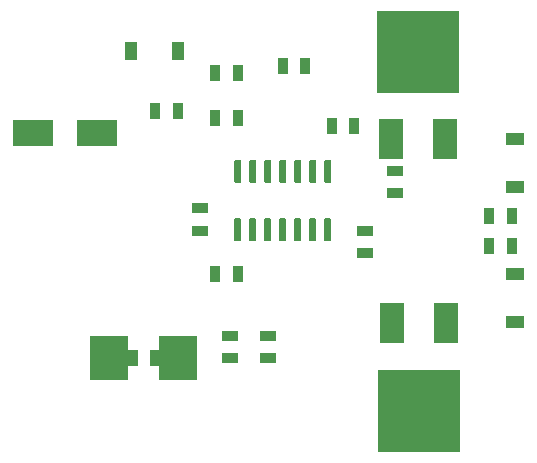
<source format=gbr>
G04 #@! TF.GenerationSoftware,KiCad,Pcbnew,5.99.0-unknown-d20d310~100~ubuntu19.10.1*
G04 #@! TF.CreationDate,2019-12-12T13:35:59+01:00*
G04 #@! TF.ProjectId,DEWHEAT,44455748-4541-4542-9e6b-696361645f70,rev?*
G04 #@! TF.SameCoordinates,Original*
G04 #@! TF.FileFunction,Paste,Top*
G04 #@! TF.FilePolarity,Positive*
%FSLAX46Y46*%
G04 Gerber Fmt 4.6, Leading zero omitted, Abs format (unit mm)*
G04 Created by KiCad (PCBNEW 5.99.0-unknown-d20d310~100~ubuntu19.10.1) date 2019-12-12 13:35:59*
%MOMM*%
%LPD*%
G04 APERTURE LIST*
%ADD10R,3.500000X2.300000*%
%ADD11R,0.889000X1.397000*%
%ADD12R,1.397000X0.889000*%
%ADD13R,2.000000X3.500000*%
%ADD14R,7.000000X7.000000*%
%ADD15R,3.330000X3.810000*%
%ADD16R,1.500000X1.050000*%
%ADD17R,1.050000X1.500000*%
G04 APERTURE END LIST*
D10*
X70325000Y-60325000D03*
X75725000Y-60325000D03*
D11*
X85725000Y-72263000D03*
X87630000Y-72263000D03*
G36*
X87837403Y-62601418D02*
G01*
X87886066Y-62633934D01*
X87918582Y-62682597D01*
X87930000Y-62740000D01*
X87930000Y-64390000D01*
X87918582Y-64447403D01*
X87886066Y-64496066D01*
X87837403Y-64528582D01*
X87780000Y-64540000D01*
X87480000Y-64540000D01*
X87422597Y-64528582D01*
X87373934Y-64496066D01*
X87341418Y-64447403D01*
X87330000Y-64390000D01*
X87330000Y-62740000D01*
X87341418Y-62682597D01*
X87373934Y-62633934D01*
X87422597Y-62601418D01*
X87480000Y-62590000D01*
X87780000Y-62590000D01*
X87837403Y-62601418D01*
G37*
G36*
X89107403Y-62601418D02*
G01*
X89156066Y-62633934D01*
X89188582Y-62682597D01*
X89200000Y-62740000D01*
X89200000Y-64390000D01*
X89188582Y-64447403D01*
X89156066Y-64496066D01*
X89107403Y-64528582D01*
X89050000Y-64540000D01*
X88750000Y-64540000D01*
X88692597Y-64528582D01*
X88643934Y-64496066D01*
X88611418Y-64447403D01*
X88600000Y-64390000D01*
X88600000Y-62740000D01*
X88611418Y-62682597D01*
X88643934Y-62633934D01*
X88692597Y-62601418D01*
X88750000Y-62590000D01*
X89050000Y-62590000D01*
X89107403Y-62601418D01*
G37*
G36*
X90377403Y-62601418D02*
G01*
X90426066Y-62633934D01*
X90458582Y-62682597D01*
X90470000Y-62740000D01*
X90470000Y-64390000D01*
X90458582Y-64447403D01*
X90426066Y-64496066D01*
X90377403Y-64528582D01*
X90320000Y-64540000D01*
X90020000Y-64540000D01*
X89962597Y-64528582D01*
X89913934Y-64496066D01*
X89881418Y-64447403D01*
X89870000Y-64390000D01*
X89870000Y-62740000D01*
X89881418Y-62682597D01*
X89913934Y-62633934D01*
X89962597Y-62601418D01*
X90020000Y-62590000D01*
X90320000Y-62590000D01*
X90377403Y-62601418D01*
G37*
G36*
X91647403Y-62601418D02*
G01*
X91696066Y-62633934D01*
X91728582Y-62682597D01*
X91740000Y-62740000D01*
X91740000Y-64390000D01*
X91728582Y-64447403D01*
X91696066Y-64496066D01*
X91647403Y-64528582D01*
X91590000Y-64540000D01*
X91290000Y-64540000D01*
X91232597Y-64528582D01*
X91183934Y-64496066D01*
X91151418Y-64447403D01*
X91140000Y-64390000D01*
X91140000Y-62740000D01*
X91151418Y-62682597D01*
X91183934Y-62633934D01*
X91232597Y-62601418D01*
X91290000Y-62590000D01*
X91590000Y-62590000D01*
X91647403Y-62601418D01*
G37*
G36*
X92917403Y-62601418D02*
G01*
X92966066Y-62633934D01*
X92998582Y-62682597D01*
X93010000Y-62740000D01*
X93010000Y-64390000D01*
X92998582Y-64447403D01*
X92966066Y-64496066D01*
X92917403Y-64528582D01*
X92860000Y-64540000D01*
X92560000Y-64540000D01*
X92502597Y-64528582D01*
X92453934Y-64496066D01*
X92421418Y-64447403D01*
X92410000Y-64390000D01*
X92410000Y-62740000D01*
X92421418Y-62682597D01*
X92453934Y-62633934D01*
X92502597Y-62601418D01*
X92560000Y-62590000D01*
X92860000Y-62590000D01*
X92917403Y-62601418D01*
G37*
G36*
X94187403Y-62601418D02*
G01*
X94236066Y-62633934D01*
X94268582Y-62682597D01*
X94280000Y-62740000D01*
X94280000Y-64390000D01*
X94268582Y-64447403D01*
X94236066Y-64496066D01*
X94187403Y-64528582D01*
X94130000Y-64540000D01*
X93830000Y-64540000D01*
X93772597Y-64528582D01*
X93723934Y-64496066D01*
X93691418Y-64447403D01*
X93680000Y-64390000D01*
X93680000Y-62740000D01*
X93691418Y-62682597D01*
X93723934Y-62633934D01*
X93772597Y-62601418D01*
X93830000Y-62590000D01*
X94130000Y-62590000D01*
X94187403Y-62601418D01*
G37*
G36*
X95457403Y-62601418D02*
G01*
X95506066Y-62633934D01*
X95538582Y-62682597D01*
X95550000Y-62740000D01*
X95550000Y-64390000D01*
X95538582Y-64447403D01*
X95506066Y-64496066D01*
X95457403Y-64528582D01*
X95400000Y-64540000D01*
X95100000Y-64540000D01*
X95042597Y-64528582D01*
X94993934Y-64496066D01*
X94961418Y-64447403D01*
X94950000Y-64390000D01*
X94950000Y-62740000D01*
X94961418Y-62682597D01*
X94993934Y-62633934D01*
X95042597Y-62601418D01*
X95100000Y-62590000D01*
X95400000Y-62590000D01*
X95457403Y-62601418D01*
G37*
G36*
X95457403Y-67551418D02*
G01*
X95506066Y-67583934D01*
X95538582Y-67632597D01*
X95550000Y-67690000D01*
X95550000Y-69340000D01*
X95538582Y-69397403D01*
X95506066Y-69446066D01*
X95457403Y-69478582D01*
X95400000Y-69490000D01*
X95100000Y-69490000D01*
X95042597Y-69478582D01*
X94993934Y-69446066D01*
X94961418Y-69397403D01*
X94950000Y-69340000D01*
X94950000Y-67690000D01*
X94961418Y-67632597D01*
X94993934Y-67583934D01*
X95042597Y-67551418D01*
X95100000Y-67540000D01*
X95400000Y-67540000D01*
X95457403Y-67551418D01*
G37*
G36*
X94187403Y-67551418D02*
G01*
X94236066Y-67583934D01*
X94268582Y-67632597D01*
X94280000Y-67690000D01*
X94280000Y-69340000D01*
X94268582Y-69397403D01*
X94236066Y-69446066D01*
X94187403Y-69478582D01*
X94130000Y-69490000D01*
X93830000Y-69490000D01*
X93772597Y-69478582D01*
X93723934Y-69446066D01*
X93691418Y-69397403D01*
X93680000Y-69340000D01*
X93680000Y-67690000D01*
X93691418Y-67632597D01*
X93723934Y-67583934D01*
X93772597Y-67551418D01*
X93830000Y-67540000D01*
X94130000Y-67540000D01*
X94187403Y-67551418D01*
G37*
G36*
X92917403Y-67551418D02*
G01*
X92966066Y-67583934D01*
X92998582Y-67632597D01*
X93010000Y-67690000D01*
X93010000Y-69340000D01*
X92998582Y-69397403D01*
X92966066Y-69446066D01*
X92917403Y-69478582D01*
X92860000Y-69490000D01*
X92560000Y-69490000D01*
X92502597Y-69478582D01*
X92453934Y-69446066D01*
X92421418Y-69397403D01*
X92410000Y-69340000D01*
X92410000Y-67690000D01*
X92421418Y-67632597D01*
X92453934Y-67583934D01*
X92502597Y-67551418D01*
X92560000Y-67540000D01*
X92860000Y-67540000D01*
X92917403Y-67551418D01*
G37*
G36*
X91647403Y-67551418D02*
G01*
X91696066Y-67583934D01*
X91728582Y-67632597D01*
X91740000Y-67690000D01*
X91740000Y-69340000D01*
X91728582Y-69397403D01*
X91696066Y-69446066D01*
X91647403Y-69478582D01*
X91590000Y-69490000D01*
X91290000Y-69490000D01*
X91232597Y-69478582D01*
X91183934Y-69446066D01*
X91151418Y-69397403D01*
X91140000Y-69340000D01*
X91140000Y-67690000D01*
X91151418Y-67632597D01*
X91183934Y-67583934D01*
X91232597Y-67551418D01*
X91290000Y-67540000D01*
X91590000Y-67540000D01*
X91647403Y-67551418D01*
G37*
G36*
X90377403Y-67551418D02*
G01*
X90426066Y-67583934D01*
X90458582Y-67632597D01*
X90470000Y-67690000D01*
X90470000Y-69340000D01*
X90458582Y-69397403D01*
X90426066Y-69446066D01*
X90377403Y-69478582D01*
X90320000Y-69490000D01*
X90020000Y-69490000D01*
X89962597Y-69478582D01*
X89913934Y-69446066D01*
X89881418Y-69397403D01*
X89870000Y-69340000D01*
X89870000Y-67690000D01*
X89881418Y-67632597D01*
X89913934Y-67583934D01*
X89962597Y-67551418D01*
X90020000Y-67540000D01*
X90320000Y-67540000D01*
X90377403Y-67551418D01*
G37*
G36*
X89107403Y-67551418D02*
G01*
X89156066Y-67583934D01*
X89188582Y-67632597D01*
X89200000Y-67690000D01*
X89200000Y-69340000D01*
X89188582Y-69397403D01*
X89156066Y-69446066D01*
X89107403Y-69478582D01*
X89050000Y-69490000D01*
X88750000Y-69490000D01*
X88692597Y-69478582D01*
X88643934Y-69446066D01*
X88611418Y-69397403D01*
X88600000Y-69340000D01*
X88600000Y-67690000D01*
X88611418Y-67632597D01*
X88643934Y-67583934D01*
X88692597Y-67551418D01*
X88750000Y-67540000D01*
X89050000Y-67540000D01*
X89107403Y-67551418D01*
G37*
G36*
X87837403Y-67551418D02*
G01*
X87886066Y-67583934D01*
X87918582Y-67632597D01*
X87930000Y-67690000D01*
X87930000Y-69340000D01*
X87918582Y-69397403D01*
X87886066Y-69446066D01*
X87837403Y-69478582D01*
X87780000Y-69490000D01*
X87480000Y-69490000D01*
X87422597Y-69478582D01*
X87373934Y-69446066D01*
X87341418Y-69397403D01*
X87330000Y-69340000D01*
X87330000Y-67690000D01*
X87341418Y-67632597D01*
X87373934Y-67583934D01*
X87422597Y-67551418D01*
X87480000Y-67540000D01*
X87780000Y-67540000D01*
X87837403Y-67551418D01*
G37*
X108902500Y-67310000D03*
X110807500Y-67310000D03*
X108902500Y-69850000D03*
X110807500Y-69850000D03*
D12*
X100965000Y-63500000D03*
X100965000Y-65405000D03*
X98425000Y-70485000D03*
X98425000Y-68580000D03*
D11*
X80645000Y-58420000D03*
X82550000Y-58420000D03*
X80645000Y-79375000D03*
X78740000Y-79375000D03*
D13*
X100570000Y-60850000D03*
X105150000Y-60850000D03*
D14*
X102870000Y-53450000D03*
D13*
X105270000Y-76420000D03*
X100690000Y-76420000D03*
D14*
X102970000Y-83820000D03*
D15*
X82550000Y-79375000D03*
X76730000Y-79375000D03*
D16*
X111125000Y-60865000D03*
X111125000Y-64865000D03*
X111125000Y-76295000D03*
X111125000Y-72295000D03*
D17*
X78550000Y-53340000D03*
X82550000Y-53340000D03*
D11*
X87630000Y-55245000D03*
X85725000Y-55245000D03*
D12*
X86995000Y-79375000D03*
X86995000Y-77470000D03*
D11*
X91440000Y-54610000D03*
X93345000Y-54610000D03*
D12*
X90170000Y-77470000D03*
X90170000Y-79375000D03*
D11*
X95567500Y-59690000D03*
X97472500Y-59690000D03*
D12*
X84455000Y-66675000D03*
X84455000Y-68580000D03*
D11*
X85725000Y-59055000D03*
X87630000Y-59055000D03*
M02*

</source>
